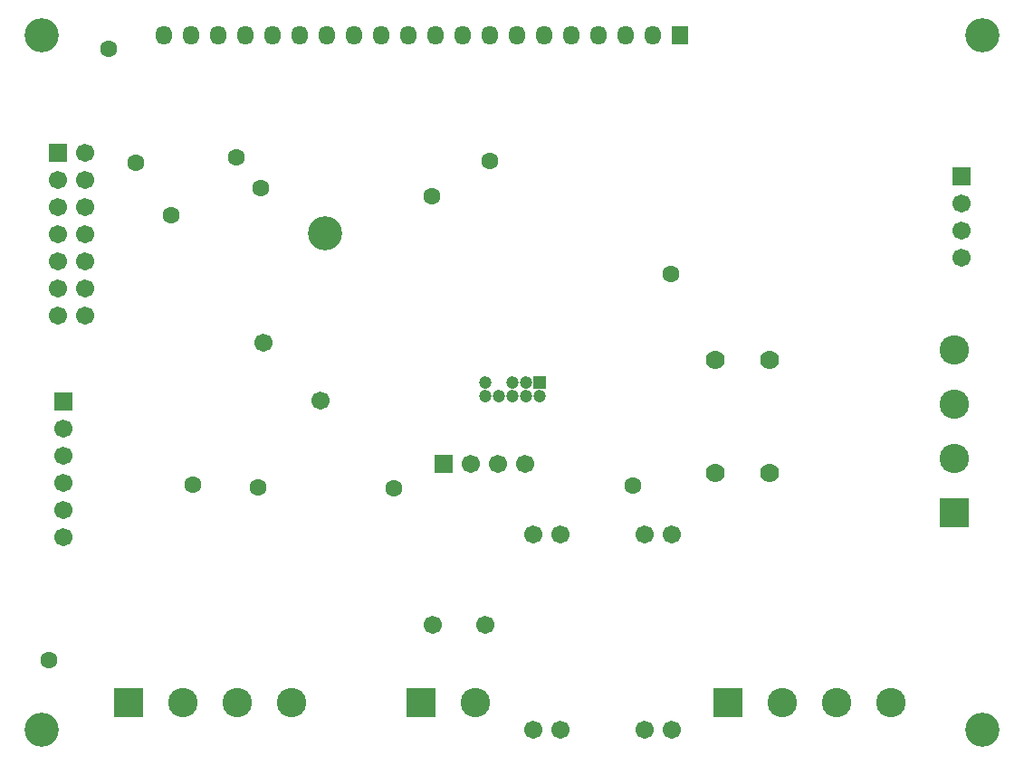
<source format=gbs>
G04 Layer_Color=16711935*
%FSLAX23Y23*%
%MOIN*%
G70*
G01*
G75*
%ADD77C,0.063*%
%ADD78C,0.067*%
%ADD79R,0.067X0.067*%
%ADD80C,0.070*%
%ADD81C,0.047*%
%ADD82R,0.047X0.047*%
%ADD83C,0.108*%
%ADD84R,0.108X0.108*%
%ADD85R,0.108X0.108*%
%ADD86C,0.067*%
%ADD87R,0.067X0.067*%
%ADD88O,0.059X0.071*%
%ADD89R,0.059X0.071*%
%ADD90C,0.126*%
D77*
X-83Y815D02*
D03*
X-925Y715D02*
D03*
X-1015Y830D02*
D03*
X-295Y685D02*
D03*
X585Y399D02*
D03*
X-1705Y-1025D02*
D03*
X-1485Y1230D02*
D03*
X-435Y-390D02*
D03*
X445Y-380D02*
D03*
X-1175Y-378D02*
D03*
X-1385Y810D02*
D03*
X-1255Y615D02*
D03*
X-934Y-388D02*
D03*
D78*
X-97Y-895D02*
D03*
X-293D02*
D03*
X488Y-1280D02*
D03*
X78D02*
D03*
X488Y-560D02*
D03*
X78D02*
D03*
X178D02*
D03*
X588D02*
D03*
X178Y-1280D02*
D03*
X588D02*
D03*
X-1650Y-170D02*
D03*
Y-270D02*
D03*
Y-370D02*
D03*
Y-470D02*
D03*
Y-570D02*
D03*
X-916Y146D02*
D03*
X-704Y-66D02*
D03*
X1655Y460D02*
D03*
Y560D02*
D03*
Y660D02*
D03*
X-1570Y845D02*
D03*
X-1670Y745D02*
D03*
X-1570D02*
D03*
X-1670Y645D02*
D03*
X-1570D02*
D03*
X-1670Y545D02*
D03*
X-1570D02*
D03*
Y445D02*
D03*
X-1670D02*
D03*
X50Y-300D02*
D03*
X-50D02*
D03*
X-150D02*
D03*
D79*
X-1650Y-70D02*
D03*
X1655Y760D02*
D03*
X-1670Y845D02*
D03*
D80*
X750Y-333D02*
D03*
X950D02*
D03*
X750Y82D02*
D03*
X950D02*
D03*
D81*
X-98Y-50D02*
D03*
Y-0D02*
D03*
X-48Y-50D02*
D03*
X2D02*
D03*
Y-0D02*
D03*
X52Y-50D02*
D03*
Y-0D02*
D03*
X102Y-50D02*
D03*
D82*
Y-0D02*
D03*
D83*
X-810Y-1180D02*
D03*
X-1010D02*
D03*
X-1210D02*
D03*
X1630Y120D02*
D03*
Y-80D02*
D03*
Y-280D02*
D03*
X995Y-1180D02*
D03*
X1195D02*
D03*
X1395D02*
D03*
X-135D02*
D03*
D84*
X-1410D02*
D03*
X795D02*
D03*
X-335D02*
D03*
D85*
X1630Y-480D02*
D03*
D86*
X-1570Y245D02*
D03*
X-1670D02*
D03*
Y345D02*
D03*
X-1570D02*
D03*
D87*
X-250Y-300D02*
D03*
D88*
X-1280Y1280D02*
D03*
X-1180D02*
D03*
X-1080D02*
D03*
X-980D02*
D03*
X-880D02*
D03*
X-780D02*
D03*
X-580D02*
D03*
X-480D02*
D03*
X-380D02*
D03*
X-280D02*
D03*
X-180D02*
D03*
X-80D02*
D03*
X20D02*
D03*
X120D02*
D03*
X220D02*
D03*
X320D02*
D03*
X420D02*
D03*
X520D02*
D03*
X-680D02*
D03*
D89*
X619D02*
D03*
D90*
X-1732D02*
D03*
X1732D02*
D03*
Y-1280D02*
D03*
X-1732D02*
D03*
X-689Y551D02*
D03*
M02*

</source>
